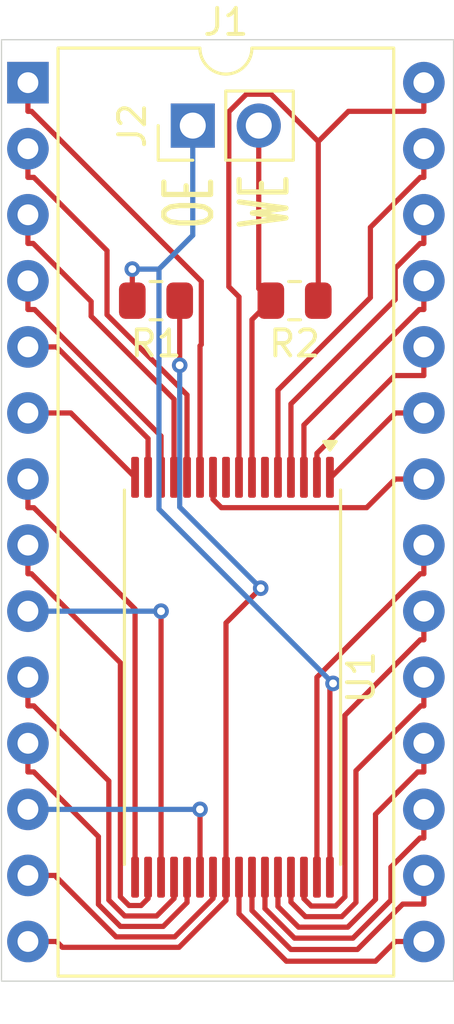
<source format=kicad_pcb>
(kicad_pcb (version 20240108) (generator "pcbnew") (generator_version "8.0")
  (layers (0 "F.Cu" signal) (31 "B.Cu" signal) (34 "B.Paste" user) (35 "F.Paste" user) (36 "B.SilkS" user "B.Silkscreen") (37 "F.SilkS" user "F.Silkscreen") (38 "B.Mask" user) (39 "F.Mask" user) (44 "Edge.Cuts" user))
  (net 0 "")
  (net 1 "A10")
  (net 2 "D5")
  (net 3 "A8")
  (net 4 "CE")
  (net 5 "A5")
  (net 6 "A2")
  (net 7 "A16")
  (net 8 "A15")
  (net 9 "GND")
  (net 10 "D7")
  (net 11 "D3")
  (net 12 "D6")
  (net 13 "A4")
  (net 14 "A7")
  (net 15 "D1")
  (net 16 "A11")
  (net 17 "A6")
  (net 18 "A0")
  (net 19 "D0")
  (net 20 "A1")
  (net 21 "A14")
  (net 22 "A3")
  (net 23 "+5V")
  (net 24 "D4")
  (net 25 "D2")
  (net 26 "A13")
  (net 27 "A12")
  (net 28 "A9")
  (net 29 "WE")
  (net 30 "OE")
  (footprint "Resistor_SMD:R_0805_2012Metric" (layer "F.Cu") (at 83.6695 76.581 180)
    (property "Reference" "R2" (at 0 -1.65 0) (layer "F.SilkS"))
    (property "Value" "1k")
    (fp_line (start -0.227064 0.735) (end 0.227064 0.735) (stroke (width 0.12)) (layer "F.SilkS"))
    (fp_line (start -0.227064 -0.735) (end 0.227064 -0.735) (stroke (width 0.12)) (layer "F.SilkS"))
    (pad "1" smd roundrect (at -0.9125 0 180) (size 1.025 1.4) (layers "F.Cu" "F.Paste" "F.Mask") (roundrect_rratio 0.243902) (net 23 "+5V"))
    (pad "2" smd roundrect (at 0.9125 0 180) (size 1.025 1.4) (layers "F.Cu" "F.Paste" "F.Mask") (roundrect_rratio 0.243902) (net 29 "WE"))
  )
  (footprint "Resistor_SMD:R_0805_2012Metric" (layer "F.Cu") (at 78.3355 76.581 180)
    (property "Reference" "R1" (at 0 -1.65 0) (layer "F.SilkS"))
    (property "Value" "1k")
    (fp_line (start -0.227064 0.735) (end 0.227064 0.735) (stroke (width 0.12)) (layer "F.SilkS"))
    (fp_line (start -0.227064 -0.735) (end 0.227064 -0.735) (stroke (width 0.12)) (layer "F.SilkS"))
    (pad "1" smd roundrect (at -0.9125 0 180) (size 1.025 1.4) (layers "F.Cu" "F.Paste" "F.Mask") (roundrect_rratio 0.243902) (net 9 "GND"))
    (pad "2" smd roundrect (at 0.9125 0 180) (size 1.025 1.4) (layers "F.Cu" "F.Paste" "F.Mask") (roundrect_rratio 0.243902) (net 30 "OE"))
  )
  (footprint "Connector_PinHeader_2.54mm:PinHeader_1x02_P2.54mm_Vertical" (layer "F.Cu") (at 79.751 69.85 90)
    (property "Reference" "J2" (at 0 -2.33 90) (layer "F.SilkS"))
    (property "Value" "prog pins")
    (fp_line (start -1.33 -1.33) (end 0 -1.33) (stroke (width 0.12)) (layer "F.SilkS"))
    (fp_line (start -1.33 0) (end -1.33 -1.33) (stroke (width 0.12)) (layer "F.SilkS"))
    (fp_line (start 1.33 1.27) (end 1.33 3.87) (stroke (width 0.12)) (layer "F.SilkS"))
    (fp_line (start -1.33 1.27) (end 1.33 1.27) (stroke (width 0.12)) (layer "F.SilkS"))
    (fp_line (start -1.33 1.27) (end -1.33 3.87) (stroke (width 0.12)) (layer "F.SilkS"))
    (fp_line (start -1.33 3.87) (end 1.33 3.87) (stroke (width 0.12)) (layer "F.SilkS"))
    (pad "1" thru_hole rect (at 0 0 90) (size 1.7 1.7) (drill 1) (layers "*.Cu" "*.Mask") (net 30 "OE"))
    (pad "2" thru_hole oval (at 0 2.54 90) (size 1.7 1.7) (drill 1) (layers "*.Cu" "*.Mask") (net 29 "WE"))
  )
  (footprint "Package_SO:TSOP-I-32_14.4x8mm_P0.5mm" (layer "F.Cu") (at 81.28 91.059 -90)
    (property "Reference" "U1" (at 0 -4.95 90) (layer "F.SilkS"))
    (property "Value" "29F010-TSOP-SP")
    (fp_line (start 0 4.16) (end -7.2 4.16) (stroke (width 0.12)) (layer "F.SilkS"))
    (fp_line (start 0 4.16) (end 7.2 4.16) (stroke (width 0.12)) (layer "F.SilkS"))
    (fp_line (start 0 -4.16) (end -7.2 -4.16) (stroke (width 0.12)) (layer "F.SilkS"))
    (fp_line (start 0 -4.16) (end 7.2 -4.16) (stroke (width 0.12)) (layer "F.SilkS"))
    (fp_poly (pts (xy -8.735 -3.75) (xy -9.065 -3.99) (xy -9.065 -3.51) (xy -8.735 -3.75)) (stroke (width 0.12)) (fill solid) (layer "F.SilkS"))
    (pad "1" smd roundrect (at -7.6875 -3.75 270) (size 1.575 0.3) (layers "F.Cu" "F.Paste" "F.Mask") (net 16 "A11"))
    (pad "2" smd roundrect (at -7.6875 -3.25 270) (size 1.575 0.3) (layers "F.Cu" "F.Paste" "F.Mask") (net 28 "A9"))
    (pad "3" smd roundrect (at -7.6875 -2.75 270) (size 1.575 0.3) (layers "F.Cu" "F.Paste" "F.Mask") (net 3 "A8"))
    (pad "4" smd roundrect (at -7.6875 -2.25 270) (size 1.575 0.3) (layers "F.Cu" "F.Paste" "F.Mask") (net 26 "A13"))
    (pad "5" smd roundrect (at -7.6875 -1.75 270) (size 1.575 0.3) (layers "F.Cu" "F.Paste" "F.Mask") (net 21 "A14"))
    (pad "6" smd roundrect (at -7.6875 -1.25 270) (size 1.575 0.3) (layers "F.Cu" "F.Paste" "F.Mask"))
    (pad "7" smd roundrect (at -7.6875 -0.75 270) (size 1.575 0.3) (layers "F.Cu" "F.Paste" "F.Mask") (net 29 "WE"))
    (pad "8" smd roundrect (at -7.6875 -0.25 270) (size 1.575 0.3) (layers "F.Cu" "F.Paste" "F.Mask") (net 23 "+5V"))
    (pad "9" smd roundrect (at -7.6875 0.25 270) (size 1.575 0.3) (layers "F.Cu" "F.Paste" "F.Mask"))
    (pad "10" smd roundrect (at -7.6875 0.75 270) (size 1.575 0.3) (layers "F.Cu" "F.Paste" "F.Mask") (net 7 "A16"))
    (pad "11" smd roundrect (at -7.6875 1.25 270) (size 1.575 0.3) (layers "F.Cu" "F.Paste" "F.Mask") (net 8 "A15"))
    (pad "12" smd roundrect (at -7.6875 1.75 270) (size 1.575 0.3) (layers "F.Cu" "F.Paste" "F.Mask") (net 27 "A12"))
    (pad "13" smd roundrect (at -7.6875 2.25 270) (size 1.575 0.3) (layers "F.Cu" "F.Paste" "F.Mask") (net 14 "A7"))
    (pad "14" smd roundrect (at -7.6875 2.75 270) (size 1.575 0.3) (layers "F.Cu" "F.Paste" "F.Mask") (net 17 "A6"))
    (pad "15" smd roundrect (at -7.6875 3.25 270) (size 1.575 0.3) (layers "F.Cu" "F.Paste" "F.Mask") (net 5 "A5"))
    (pad "16" smd roundrect (at -7.6875 3.75 270) (size 1.575 0.3) (layers "F.Cu" "F.Paste" "F.Mask") (net 13 "A4"))
    (pad "17" smd roundrect (at 7.6875 3.75 270) (size 1.575 0.3) (layers "F.Cu" "F.Paste" "F.Mask") (net 22 "A3"))
    (pad "18" smd roundrect (at 7.6875 3.25 270) (size 1.575 0.3) (layers "F.Cu" "F.Paste" "F.Mask") (net 6 "A2"))
    (pad "19" smd roundrect (at 7.6875 2.75 270) (size 1.575 0.3) (layers "F.Cu" "F.Paste" "F.Mask") (net 20 "A1"))
    (pad "20" smd roundrect (at 7.6875 2.25 270) (size 1.575 0.3) (layers "F.Cu" "F.Paste" "F.Mask") (net 18 "A0"))
    (pad "21" smd roundrect (at 7.6875 1.75 270) (size 1.575 0.3) (layers "F.Cu" "F.Paste" "F.Mask") (net 19 "D0"))
    (pad "22" smd roundrect (at 7.6875 1.25 270) (size 1.575 0.3) (layers "F.Cu" "F.Paste" "F.Mask") (net 15 "D1"))
    (pad "23" smd roundrect (at 7.6875 0.75 270) (size 1.575 0.3) (layers "F.Cu" "F.Paste" "F.Mask") (net 25 "D2"))
    (pad "24" smd roundrect (at 7.6875 0.25 270) (size 1.575 0.3) (layers "F.Cu" "F.Paste" "F.Mask") (net 9 "GND"))
    (pad "25" smd roundrect (at 7.6875 -0.25 270) (size 1.575 0.3) (layers "F.Cu" "F.Paste" "F.Mask") (net 11 "D3"))
    (pad "26" smd roundrect (at 7.6875 -0.75 270) (size 1.575 0.3) (layers "F.Cu" "F.Paste" "F.Mask") (net 24 "D4"))
    (pad "27" smd roundrect (at 7.6875 -1.25 270) (size 1.575 0.3) (layers "F.Cu" "F.Paste" "F.Mask") (net 2 "D5"))
    (pad "28" smd roundrect (at 7.6875 -1.75 270) (size 1.575 0.3) (layers "F.Cu" "F.Paste" "F.Mask") (net 12 "D6"))
    (pad "29" smd roundrect (at 7.6875 -2.25 270) (size 1.575 0.3) (layers "F.Cu" "F.Paste" "F.Mask") (net 10 "D7"))
    (pad "30" smd roundrect (at 7.6875 -2.75 270) (size 1.575 0.3) (layers "F.Cu" "F.Paste" "F.Mask") (net 4 "CE"))
    (pad "31" smd roundrect (at 7.6875 -3.25 270) (size 1.575 0.3) (layers "F.Cu" "F.Paste" "F.Mask") (net 1 "A10"))
    (pad "32" smd roundrect (at 7.6875 -3.75 270) (size 1.575 0.3) (layers "F.Cu" "F.Paste" "F.Mask") (net 30 "OE"))
  )
  (footprint "Package_DIP:DIP-28_W15.24mm" (layer "F.Cu") (at 73.406 68.199)
    (property "Reference" "J1" (at 7.62 -2.33 0) (layer "F.SilkS"))
    (property "Value" "DIP28")
    (fp_line (start 1.16 -1.33) (end 1.16 34.35) (stroke (width 0.12)) (layer "F.SilkS"))
    (fp_line (start 1.16 34.35) (end 14.08 34.35) (stroke (width 0.12)) (layer "F.SilkS"))
    (fp_line (start 6.62 -1.33) (end 1.16 -1.33) (stroke (width 0.12)) (layer "F.SilkS"))
    (fp_line (start 14.08 -1.33) (end 8.62 -1.33) (stroke (width 0.12)) (layer "F.SilkS"))
    (fp_line (start 14.08 34.35) (end 14.08 -1.33) (stroke (width 0.12)) (layer "F.SilkS"))
    (fp_arc (start 8.62 -1.33) (mid 7.62 -0.33) (end 6.62 -1.33) (stroke (width 0.12)) (layer "F.SilkS"))
    (pad "1" thru_hole rect (at 0 0) (size 1.6 1.6) (drill 0.8) (layers "*.Cu" "*.Mask") (net 8 "A15"))
    (pad "2" thru_hole oval (at 0 2.54) (size 1.6 1.6) (drill 0.8) (layers "*.Cu" "*.Mask") (net 27 "A12"))
    (pad "3" thru_hole oval (at 0 5.08) (size 1.6 1.6) (drill 0.8) (layers "*.Cu" "*.Mask") (net 14 "A7"))
    (pad "4" thru_hole oval (at 0 7.62) (size 1.6 1.6) (drill 0.8) (layers "*.Cu" "*.Mask") (net 17 "A6"))
    (pad "5" thru_hole oval (at 0 10.16) (size 1.6 1.6) (drill 0.8) (layers "*.Cu" "*.Mask") (net 5 "A5"))
    (pad "6" thru_hole oval (at 0 12.7) (size 1.6 1.6) (drill 0.8) (layers "*.Cu" "*.Mask") (net 13 "A4"))
    (pad "7" thru_hole oval (at 0 15.24) (size 1.6 1.6) (drill 0.8) (layers "*.Cu" "*.Mask") (net 22 "A3"))
    (pad "8" thru_hole oval (at 0 17.78) (size 1.6 1.6) (drill 0.8) (layers "*.Cu" "*.Mask") (net 6 "A2"))
    (pad "9" thru_hole oval (at 0 20.32) (size 1.6 1.6) (drill 0.8) (layers "*.Cu" "*.Mask") (net 20 "A1"))
    (pad "10" thru_hole oval (at 0 22.86) (size 1.6 1.6) (drill 0.8) (layers "*.Cu" "*.Mask") (net 18 "A0"))
    (pad "11" thru_hole oval (at 0 25.4) (size 1.6 1.6) (drill 0.8) (layers "*.Cu" "*.Mask") (net 19 "D0"))
    (pad "12" thru_hole oval (at 0 27.94) (size 1.6 1.6) (drill 0.8) (layers "*.Cu" "*.Mask") (net 15 "D1"))
    (pad "13" thru_hole oval (at 0 30.48) (size 1.6 1.6) (drill 0.8) (layers "*.Cu" "*.Mask") (net 25 "D2"))
    (pad "14" thru_hole oval (at 0 33.02) (size 1.6 1.6) (drill 0.8) (layers "*.Cu" "*.Mask") (net 9 "GND"))
    (pad "15" thru_hole oval (at 15.24 33.02) (size 1.6 1.6) (drill 0.8) (layers "*.Cu" "*.Mask") (net 11 "D3"))
    (pad "16" thru_hole oval (at 15.24 30.48) (size 1.6 1.6) (drill 0.8) (layers "*.Cu" "*.Mask") (net 24 "D4"))
    (pad "17" thru_hole oval (at 15.24 27.94) (size 1.6 1.6) (drill 0.8) (layers "*.Cu" "*.Mask") (net 2 "D5"))
    (pad "18" thru_hole oval (at 15.24 25.4) (size 1.6 1.6) (drill 0.8) (layers "*.Cu" "*.Mask") (net 12 "D6"))
    (pad "19" thru_hole oval (at 15.24 22.86) (size 1.6 1.6) (drill 0.8) (layers "*.Cu" "*.Mask") (net 10 "D7"))
    (pad "20" thru_hole oval (at 15.24 20.32) (size 1.6 1.6) (drill 0.8) (layers "*.Cu" "*.Mask") (net 4 "CE"))
    (pad "21" thru_hole oval (at 15.24 17.78) (size 1.6 1.6) (drill 0.8) (layers "*.Cu" "*.Mask") (net 1 "A10"))
    (pad "22" thru_hole oval (at 15.24 15.24) (size 1.6 1.6) (drill 0.8) (layers "*.Cu" "*.Mask") (net 7 "A16"))
    (pad "23" thru_hole oval (at 15.24 12.7) (size 1.6 1.6) (drill 0.8) (layers "*.Cu" "*.Mask") (net 16 "A11"))
    (pad "24" thru_hole oval (at 15.24 10.16) (size 1.6 1.6) (drill 0.8) (layers "*.Cu" "*.Mask") (net 28 "A9"))
    (pad "25" thru_hole oval (at 15.24 7.62) (size 1.6 1.6) (drill 0.8) (layers "*.Cu" "*.Mask") (net 3 "A8"))
    (pad "26" thru_hole oval (at 15.24 5.08) (size 1.6 1.6) (drill 0.8) (layers "*.Cu" "*.Mask") (net 26 "A13"))
    (pad "27" thru_hole oval (at 15.24 2.54) (size 1.6 1.6) (drill 0.8) (layers "*.Cu" "*.Mask") (net 21 "A14"))
    (pad "28" thru_hole oval (at 15.24 0) (size 1.6 1.6) (drill 0.8) (layers "*.Cu" "*.Mask") (net 23 "+5V"))
  )
  (gr_rect (start 72.39 66.548) (end 89.789 102.743) (stroke (width 0.05)) (fill none) (layer "Edge.Cuts"))
  (gr_text "OE\nWE" (at 83.566 73.914 90) (layer "F.SilkS") (effects (font (size 1.8 1) (thickness 0.2) (bold yes)) (justify left bottom)))
  (segment (start 84.53 91.059) (end 84.53 98.7465) (width 0.2) (layer "F.Cu") (net 1))
  (segment (start 88.5083 87.0807) (end 84.53 91.059) (width 0.2) (layer "F.Cu") (net 1))
  (segment (start 88.646 85.979) (end 88.646 87.0807) (width 0.2) (layer "F.Cu") (net 1))
  (segment (start 88.646 87.0807) (end 88.5083 87.0807) (width 0.2) (layer "F.Cu") (net 1))
  (segment (start 87.378 99.6284) (end 85.9162 101.0902) (width 0.2) (layer "F.Cu") (net 2))
  (segment (start 83.6676 101.0902) (end 82.53 99.9526) (width 0.2) (layer "F.Cu") (net 2))
  (segment (start 87.378 98.3589) (end 87.378 99.6284) (width 0.2) (layer "F.Cu") (net 2))
  (segment (start 82.53 99.9526) (end 82.53 98.7465) (width 0.2) (layer "F.Cu") (net 2))
  (segment (start 85.9162 101.0902) (end 83.6676 101.0902) (width 0.2) (layer "F.Cu") (net 2))
  (segment (start 88.646 96.139) (end 88.646 97.2407) (width 0.2) (layer "F.Cu") (net 2))
  (segment (start 88.4962 97.2407) (end 87.378 98.3589) (width 0.2) (layer "F.Cu") (net 2))
  (segment (start 88.646 97.2407) (end 88.4962 97.2407) (width 0.2) (layer "F.Cu") (net 2))
  (segment (start 88.646 75.819) (end 88.646 76.9207) (width 0.2) (layer "F.Cu") (net 3))
  (segment (start 88.47 76.9207) (end 84.03 81.3607) (width 0.2) (layer "F.Cu") (net 3))
  (segment (start 88.646 76.9207) (end 88.47 76.9207) (width 0.2) (layer "F.Cu") (net 3))
  (segment (start 84.03 81.3607) (end 84.03 83.3715) (width 0.2) (layer "F.Cu") (net 3))
  (segment (start 85.608 92.5209) (end 85.608 99.4983) (width 0.2) (layer "F.Cu") (net 4))
  (segment (start 84.03 99.5742) (end 84.03 98.7465) (width 0.2) (layer "F.Cu") (net 4))
  (segment (start 88.646 89.6207) (end 88.5082 89.6207) (width 0.2) (layer "F.Cu") (net 4))
  (segment (start 85.608 99.4983) (end 85.2506 99.8557) (width 0.2) (layer "F.Cu") (net 4))
  (segment (start 88.646 88.519) (end 88.646 89.6207) (width 0.2) (layer "F.Cu") (net 4))
  (segment (start 84.3115 99.8557) (end 84.03 99.5742) (width 0.2) (layer "F.Cu") (net 4))
  (segment (start 85.2506 99.8557) (end 84.3115 99.8557) (width 0.2) (layer "F.Cu") (net 4))
  (segment (start 88.5082 89.6207) (end 85.608 92.5209) (width 0.2) (layer "F.Cu") (net 4))
  (segment (start 78.03 81.8813) (end 78.03 83.3715) (width 0.2) (layer "F.Cu") (net 5))
  (segment (start 73.406 78.359) (end 74.5077 78.359) (width 0.2) (layer "F.Cu") (net 5))
  (segment (start 74.5077 78.359) (end 78.03 81.8813) (width 0.2) (layer "F.Cu") (net 5))
  (segment (start 73.406 87.0807) (end 73.5437 87.0807) (width 0.2) (layer "F.Cu") (net 6))
  (segment (start 76.9637 99.5008) (end 77.2989 99.836) (width 0.2) (layer "F.Cu") (net 6))
  (segment (start 73.406 85.979) (end 73.406 87.0807) (width 0.2) (layer "F.Cu") (net 6))
  (segment (start 76.9637 90.5007) (end 76.9637 99.5008) (width 0.2) (layer "F.Cu") (net 6))
  (segment (start 77.7611 99.836) (end 78.03 99.5671) (width 0.2) (layer "F.Cu") (net 6))
  (segment (start 73.5437 87.0807) (end 76.9637 90.5007) (width 0.2) (layer "F.Cu") (net 6))
  (segment (start 78.03 99.5671) (end 78.03 98.7465) (width 0.2) (layer "F.Cu") (net 6))
  (segment (start 77.2989 99.836) (end 77.7611 99.836) (width 0.2) (layer "F.Cu") (net 6))
  (segment (start 80.853 84.5396) (end 86.4437 84.5396) (width 0.2) (layer "F.Cu") (net 7))
  (segment (start 80.53 83.3715) (end 80.53 84.2166) (width 0.2) (layer "F.Cu") (net 7))
  (segment (start 86.4437 84.5396) (end 87.5443 83.439) (width 0.2) (layer "F.Cu") (net 7))
  (segment (start 88.646 83.439) (end 87.5443 83.439) (width 0.2) (layer "F.Cu") (net 7))
  (segment (start 80.53 84.2166) (end 80.853 84.5396) (width 0.2) (layer "F.Cu") (net 7))
  (segment (start 73.406 68.199) (end 73.406 69.3007) (width 0.2) (layer "F.Cu") (net 8))
  (segment (start 80.03 78.3171) (end 80.0795 78.2676) (width 0.2) (layer "F.Cu") (net 8))
  (segment (start 80.0795 75.8365) (end 73.5437 69.3007) (width 0.2) (layer "F.Cu") (net 8))
  (segment (start 73.5437 69.3007) (end 73.406 69.3007) (width 0.2) (layer "F.Cu") (net 8))
  (segment (start 80.0795 78.2676) (end 80.0795 75.8365) (width 0.2) (layer "F.Cu") (net 8))
  (segment (start 80.03 83.3715) (end 80.03 78.3171) (width 0.2) (layer "F.Cu") (net 8))
  (segment (start 81.03 99.6353) (end 81.03 98.7465) (width 0.2) (layer "F.Cu") (net 9))
  (segment (start 74.7315 101.4428) (end 79.2225 101.4428) (width 0.2) (layer "F.Cu") (net 9))
  (segment (start 79.2225 101.4428) (end 81.03 99.6353) (width 0.2) (layer "F.Cu") (net 9))
  (segment (start 81.03 88.9708) (end 82.3656 87.6352) (width 0.2) (layer "F.Cu") (net 9))
  (segment (start 74.5077 101.219) (end 74.7315 101.4428) (width 0.2) (layer "F.Cu") (net 9))
  (segment (start 73.406 101.219) (end 74.5077 101.219) (width 0.2) (layer "F.Cu") (net 9))
  (segment (start 79.248 76.581) (end 79.248 79.0646) (width 0.2) (layer "F.Cu") (net 9))
  (segment (start 81.03 98.7465) (end 81.03 88.9708) (width 0.2) (layer "F.Cu") (net 9))
  (via (at 82.3656 87.6352) (size 0.6) (drill 0.3) (layers "F.Cu" "B.Cu") (net 9))
  (via (at 79.248 79.0646) (size 0.6) (drill 0.3) (layers "F.Cu" "B.Cu") (net 9))
  (segment (start 79.248 79.0646) (end 79.248 84.5176) (width 0.2) (layer "B.Cu") (net 9))
  (segment (start 79.248 84.5176) (end 82.3656 87.6352) (width 0.2) (layer "B.Cu") (net 9))
  (segment (start 85.4855 100.2651) (end 84.0894 100.2651) (width 0.2) (layer "F.Cu") (net 10))
  (segment (start 83.53 99.7057) (end 83.53 98.7465) (width 0.2) (layer "F.Cu") (net 10))
  (segment (start 88.646 91.059) (end 88.646 92.1607) (width 0.2) (layer "F.Cu") (net 10))
  (segment (start 86.0321 99.7185) (end 85.4855 100.2651) (width 0.2) (layer "F.Cu") (net 10))
  (segment (start 88.5258 92.1607) (end 86.0321 94.6544) (width 0.2) (layer "F.Cu") (net 10))
  (segment (start 86.0321 94.6544) (end 86.0321 99.7185) (width 0.2) (layer "F.Cu") (net 10))
  (segment (start 84.0894 100.2651) (end 83.53 99.7057) (width 0.2) (layer "F.Cu") (net 10))
  (segment (start 88.646 92.1607) (end 88.5258 92.1607) (width 0.2) (layer "F.Cu") (net 10))
  (segment (start 88.646 101.219) (end 87.5443 101.219) (width 0.2) (layer "F.Cu") (net 11))
  (segment (start 83.3539 101.9768) (end 81.53 100.1529) (width 0.2) (layer "F.Cu") (net 11))
  (segment (start 81.53 100.1529) (end 81.53 98.7465) (width 0.2) (layer "F.Cu") (net 11))
  (segment (start 86.7865 101.9768) (end 83.3539 101.9768) (width 0.2) (layer "F.Cu") (net 11))
  (segment (start 87.5443 101.219) (end 86.7865 101.9768) (width 0.2) (layer "F.Cu") (net 11))
  (segment (start 88.646 93.599) (end 88.646 94.7007) (width 0.2) (layer "F.Cu") (net 12))
  (segment (start 88.4107 94.7007) (end 86.7854 96.326) (width 0.2) (layer "F.Cu") (net 12))
  (segment (start 83.03 99.8738) (end 83.03 98.7465) (width 0.2) (layer "F.Cu") (net 12))
  (segment (start 86.7854 96.326) (end 86.7854 99.5985) (width 0.2) (layer "F.Cu") (net 12))
  (segment (start 86.7854 99.5985) (end 85.7159 100.668) (width 0.2) (layer "F.Cu") (net 12))
  (segment (start 85.7159 100.668) (end 83.8242 100.668) (width 0.2) (layer "F.Cu") (net 12))
  (segment (start 88.646 94.7007) (end 88.4107 94.7007) (width 0.2) (layer "F.Cu") (net 12))
  (segment (start 83.8242 100.668) (end 83.03 99.8738) (width 0.2) (layer "F.Cu") (net 12))
  (segment (start 75.0575 80.899) (end 73.406 80.899) (width 0.2) (layer "F.Cu") (net 13))
  (segment (start 77.53 83.3715) (end 75.0575 80.899) (width 0.2) (layer "F.Cu") (net 13))
  (segment (start 73.6083 74.3807) (end 75.8386 76.611) (width 0.2) (layer "F.Cu") (net 14))
  (segment (start 75.8386 77.1789) (end 79.03 80.3703) (width 0.2) (layer "F.Cu") (net 14))
  (segment (start 75.8386 76.611) (end 75.8386 77.1789) (width 0.2) (layer "F.Cu") (net 14))
  (segment (start 79.03 80.3703) (end 79.03 83.3715) (width 0.2) (layer "F.Cu") (net 14))
  (segment (start 73.406 74.3807) (end 73.6083 74.3807) (width 0.2) (layer "F.Cu") (net 14))
  (segment (start 73.406 73.279) (end 73.406 74.3807) (width 0.2) (layer "F.Cu") (net 14))
  (segment (start 80.03 98.7465) (end 80.03 96.139) (width 0.2) (layer "F.Cu") (net 15))
  (via (at 80.03 96.139) (size 0.6) (drill 0.3) (layers "F.Cu" "B.Cu") (net 15))
  (segment (start 73.406 96.139) (end 80.03 96.139) (width 0.2) (layer "B.Cu") (net 15))
  (segment (start 88.646 80.899) (end 87.5443 80.899) (width 0.2) (layer "F.Cu") (net 16))
  (segment (start 87.5443 80.899) (end 85.0718 83.3715) (width 0.2) (layer "F.Cu") (net 16))
  (segment (start 85.0718 83.3715) (end 85.03 83.3715) (width 0.2) (layer "F.Cu") (net 16))
  (segment (start 78.53 81.7879) (end 78.53 83.3715) (width 0.2) (layer "F.Cu") (net 17))
  (segment (start 73.406 76.9207) (end 73.6628 76.9207) (width 0.2) (layer "F.Cu") (net 17))
  (segment (start 73.406 75.819) (end 73.406 76.9207) (width 0.2) (layer "F.Cu") (net 17))
  (segment (start 73.6628 76.9207) (end 78.53 81.7879) (width 0.2) (layer "F.Cu") (net 17))
  (segment (start 78.3594 100.2377) (end 79.03 99.5671) (width 0.2) (layer "F.Cu") (net 18))
  (segment (start 73.406 91.059) (end 73.406 92.1607) (width 0.2) (layer "F.Cu") (net 18))
  (segment (start 77.1326 100.2377) (end 78.3594 100.2377) (width 0.2) (layer "F.Cu") (net 18))
  (segment (start 73.406 92.1607) (end 73.6343 92.1607) (width 0.2) (layer "F.Cu") (net 18))
  (segment (start 76.5207 99.6258) (end 77.1326 100.2377) (width 0.2) (layer "F.Cu") (net 18))
  (segment (start 79.03 99.5671) (end 79.03 98.7465) (width 0.2) (layer "F.Cu") (net 18))
  (segment (start 76.5207 95.0471) (end 76.5207 99.6258) (width 0.2) (layer "F.Cu") (net 18))
  (segment (start 73.6343 92.1607) (end 76.5207 95.0471) (width 0.2) (layer "F.Cu") (net 18))
  (segment (start 76.9663 100.6394) (end 78.6129 100.6394) (width 0.2) (layer "F.Cu") (net 19))
  (segment (start 79.53 99.7223) (end 79.53 98.7465) (width 0.2) (layer "F.Cu") (net 19))
  (segment (start 73.406 93.599) (end 73.406 94.7007) (width 0.2) (layer "F.Cu") (net 19))
  (segment (start 73.406 94.7007) (end 73.6343 94.7007) (width 0.2) (layer "F.Cu") (net 19))
  (segment (start 73.6343 94.7007) (end 76.119 97.1854) (width 0.2) (layer "F.Cu") (net 19))
  (segment (start 78.6129 100.6394) (end 79.53 99.7223) (width 0.2) (layer "F.Cu") (net 19))
  (segment (start 76.119 99.7921) (end 76.9663 100.6394) (width 0.2) (layer "F.Cu") (net 19))
  (segment (start 76.119 97.1854) (end 76.119 99.7921) (width 0.2) (layer "F.Cu") (net 19))
  (segment (start 78.5299 98.7465) (end 78.5299 88.519) (width 0.2) (layer "F.Cu") (net 20))
  (segment (start 78.53 98.7465) (end 78.5299 98.7465) (width 0.2) (layer "F.Cu") (net 20))
  (via (at 78.5299 88.519) (size 0.6) (drill 0.3) (layers "F.Cu" "B.Cu") (net 20))
  (segment (start 73.406 88.519) (end 74.5077 88.519) (width 0.2) (layer "B.Cu") (net 20))
  (segment (start 74.5077 88.519) (end 78.5299 88.519) (width 0.2) (layer "B.Cu") (net 20))
  (segment (start 86.5875 73.7614) (end 88.5082 71.8407) (width 0.2) (layer "F.Cu") (net 21))
  (segment (start 86.5875 76.4618) (end 86.5875 73.7614) (width 0.2) (layer "F.Cu") (net 21))
  (segment (start 83.03 80.0193) (end 86.5875 76.4618) (width 0.2) (layer "F.Cu") (net 21))
  (segment (start 88.5082 71.8407) (end 88.646 71.8407) (width 0.2) (layer "F.Cu") (net 21))
  (segment (start 83.03 83.3715) (end 83.03 80.0193) (width 0.2) (layer "F.Cu") (net 21))
  (segment (start 88.646 70.739) (end 88.646 71.8407) (width 0.2) (layer "F.Cu") (net 21))
  (segment (start 73.406 83.439) (end 73.406 84.5407) (width 0.2) (layer "F.Cu") (net 22))
  (segment (start 73.6343 84.5407) (end 77.53 88.4364) (width 0.2) (layer "F.Cu") (net 22))
  (segment (start 73.406 84.5407) (end 73.6343 84.5407) (width 0.2) (layer "F.Cu") (net 22))
  (segment (start 77.53 88.4364) (end 77.53 98.7465) (width 0.2) (layer "F.Cu") (net 22))
  (segment (start 81.1393 76.0434) (end 81.53 76.4341) (width 0.2) (layer "F.Cu") (net 23))
  (segment (start 84.582 76.581) (end 84.582 70.4612) (width 0.2) (layer "F.Cu") (net 23))
  (segment (start 84.582 70.4612) (end 82.7646 68.6438) (width 0.2) (layer "F.Cu") (net 23))
  (segment (start 81.53 76.4341) (end 81.53 83.3715) (width 0.2) (layer "F.Cu") (net 23))
  (segment (start 85.7425 69.3007) (end 84.582 70.4612) (width 0.2) (layer "F.Cu") (net 23))
  (segment (start 81.1393 69.3183) (end 81.1393 76.0434) (width 0.2) (layer "F.Cu") (net 23))
  (segment (start 88.646 69.3007) (end 85.7425 69.3007) (width 0.2) (layer "F.Cu") (net 23))
  (segment (start 82.7646 68.6438) (end 81.8138 68.6438) (width 0.2) (layer "F.Cu") (net 23))
  (segment (start 88.646 68.199) (end 88.646 69.3007) (width 0.2) (layer "F.Cu") (net 23))
  (segment (start 81.8138 68.6438) (end 81.1393 69.3183) (width 0.2) (layer "F.Cu") (net 23))
  (segment (start 87.834 99.7807) (end 86.0883 101.5264) (width 0.2) (layer "F.Cu") (net 24))
  (segment (start 82.03 100.0284) (end 82.03 98.7465) (width 0.2) (layer "F.Cu") (net 24))
  (segment (start 86.0883 101.5264) (end 83.528 101.5264) (width 0.2) (layer "F.Cu") (net 24))
  (segment (start 83.528 101.5264) (end 82.03 100.0284) (width 0.2) (layer "F.Cu") (net 24))
  (segment (start 88.646 98.679) (end 88.646 99.7807) (width 0.2) (layer "F.Cu") (net 24))
  (segment (start 88.646 99.7807) (end 87.834 99.7807) (width 0.2) (layer "F.Cu") (net 24))
  (segment (start 74.5077 98.679) (end 74.5077 98.7488) (width 0.2) (layer "F.Cu") (net 25))
  (segment (start 76.8 101.0411) (end 79.056 101.0411) (width 0.2) (layer "F.Cu") (net 25))
  (segment (start 79.056 101.0411) (end 80.53 99.5671) (width 0.2) (layer "F.Cu") (net 25))
  (segment (start 74.5077 98.7488) (end 76.8 101.0411) (width 0.2) (layer "F.Cu") (net 25))
  (segment (start 80.53 99.5671) (end 80.53 98.7465) (width 0.2) (layer "F.Cu") (net 25))
  (segment (start 73.406 98.679) (end 74.5077 98.679) (width 0.2) (layer "F.Cu") (net 25))
  (segment (start 88.646 73.279) (end 88.646 74.3807) (width 0.2) (layer "F.Cu") (net 26))
  (segment (start 88.646 74.3807) (end 88.5023 74.3807) (width 0.2) (layer "F.Cu") (net 26))
  (segment (start 88.5023 74.3807) (end 87.5443 75.3387) (width 0.2) (layer "F.Cu") (net 26))
  (segment (start 87.5443 76.5366) (end 83.53 80.5509) (width 0.2) (layer "F.Cu") (net 26))
  (segment (start 83.53 80.5509) (end 83.53 83.3715) (width 0.2) (layer "F.Cu") (net 26))
  (segment (start 87.5443 75.3387) (end 87.5443 76.5366) (width 0.2) (layer "F.Cu") (net 26))
  (segment (start 79.53 80.2024) (end 76.4503 77.1227) (width 0.2) (layer "F.Cu") (net 27))
  (segment (start 79.53 83.3715) (end 79.53 80.2024) (width 0.2) (layer "F.Cu") (net 27))
  (segment (start 76.4503 74.6567) (end 73.6343 71.8407) (width 0.2) (layer "F.Cu") (net 27))
  (segment (start 76.4503 77.1227) (end 76.4503 74.6567) (width 0.2) (layer "F.Cu") (net 27))
  (segment (start 73.406 70.739) (end 73.406 71.8407) (width 0.2) (layer "F.Cu") (net 27))
  (segment (start 73.6343 71.8407) (end 73.406 71.8407) (width 0.2) (layer "F.Cu") (net 27))
  (segment (start 88.646 79.4607) (end 87.5198 79.4607) (width 0.2) (layer "F.Cu") (net 28))
  (segment (start 87.5198 79.4607) (end 84.53 82.4505) (width 0.2) (layer "F.Cu") (net 28))
  (segment (start 88.646 78.359) (end 88.646 79.4607) (width 0.2) (layer "F.Cu") (net 28))
  (segment (start 84.53 82.4505) (end 84.53 83.3715) (width 0.2) (layer "F.Cu") (net 28))
  (segment (start 82.03 83.3715) (end 82.03 77.308) (width 0.2) (layer "F.Cu") (net 29))
  (segment (start 82.291 76.115) (end 82.757 76.581) (width 0.2) (layer "F.Cu") (net 29))
  (segment (start 82.03 77.308) (end 82.757 76.581) (width 0.2) (layer "F.Cu") (net 29))
  (segment (start 82.291 69.85) (end 82.291 76.115) (width 0.2) (layer "F.Cu") (net 29))
  (segment (start 85.03 91.4181) (end 85.03 98.7465) (width 0.2) (layer "F.Cu") (net 30))
  (segment (start 85.1511 91.297) (end 85.03 91.4181) (width 0.2) (layer "F.Cu") (net 30))
  (segment (start 77.423 76.581) (end 77.423 75.3676) (width 0.2) (layer "F.Cu") (net 30))
  (via (at 85.1511 91.297) (size 0.6) (drill 0.3) (layers "F.Cu" "B.Cu") (net 30))
  (via (at 77.423 75.3676) (size 0.6) (drill 0.3) (layers "F.Cu" "B.Cu") (net 30))
  (segment (start 79.751 74.0669) (end 78.4503 75.3676) (width 0.2) (layer "B.Cu") (net 30))
  (segment (start 78.4503 75.3676) (end 77.423 75.3676) (width 0.2) (layer "B.Cu") (net 30))
  (segment (start 78.4503 84.5962) (end 85.1511 91.297) (width 0.2) (layer "B.Cu") (net 30))
  (segment (start 79.751 69.85) (end 79.751 74.0669) (width 0.2) (layer "B.Cu") (net 30))
  (segment (start 78.4503 75.3676) (end 78.4503 84.5962) (width 0.2) (layer "B.Cu") (net 30))
)
</source>
